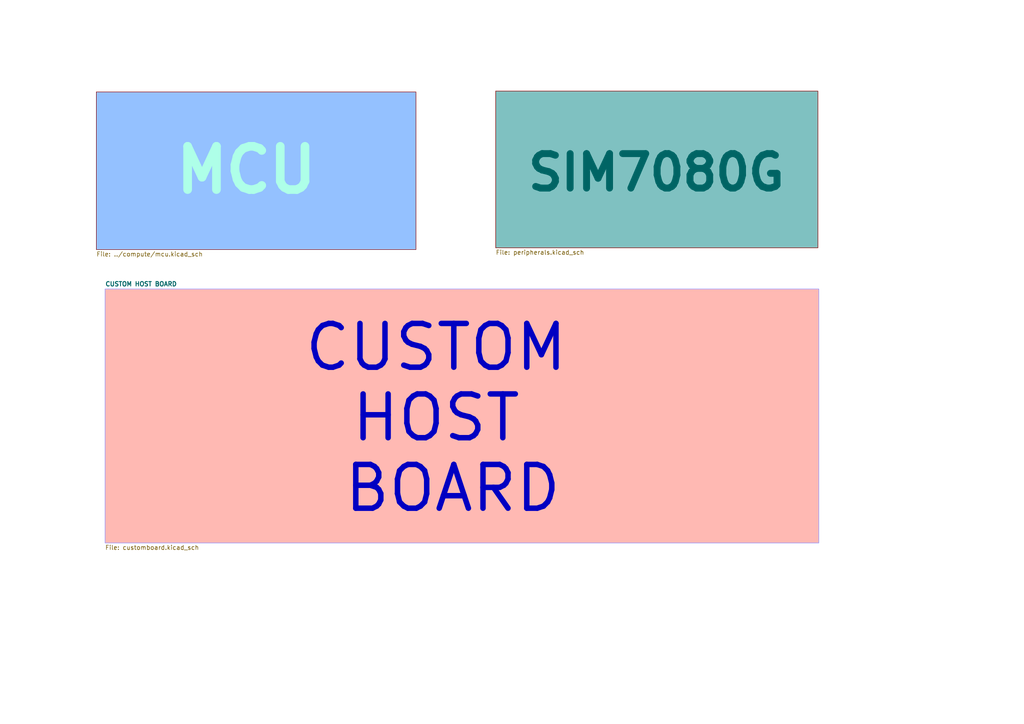
<source format=kicad_sch>
(kicad_sch
	(version 20231120)
	(generator "eeschema")
	(generator_version "8.0")
	(uuid "9e4c0f80-14bc-451b-8b05-b2f0d1a90e15")
	(paper "A4")
	(title_block
		(title "IoT Gateway")
		(date "2025-02-19")
		(rev "v0.1.0")
		(company "Abstract Machines")
		(comment 1 "Designed By: Jones Kisaka")
		(comment 2 "Approved By: Rodney Osodo")
	)
	(lib_symbols)
	(text "CUSTOM \nHOST \nBOARD"
		(exclude_from_sim no)
		(at 131.318 121.412 0)
		(effects
			(font
				(size 12.7 12.7)
				(thickness 1.5875)
			)
		)
		(uuid "b203f549-d263-4b46-9fb5-cf792bcd8c5d")
	)
	(sheet
		(at 143.764 26.416)
		(size 93.472 45.466)
		(stroke
			(width 0.1524)
			(type solid)
		)
		(fill
			(color 0 132 132 0.5000)
		)
		(uuid "6cab89f1-e367-45d3-9508-6366c1d394b8")
		(property "Sheetname" "SIM7080G"
			(at 152.146 55.88 0)
			(effects
				(font
					(size 10 10)
					(thickness 2)
					(bold yes)
				)
				(justify left bottom)
			)
		)
		(property "Sheetfile" "peripherals.kicad_sch"
			(at 143.764 72.4666 0)
			(effects
				(font
					(size 1.27 1.27)
				)
				(justify left top)
			)
		)
		(instances
			(project "am-iot-gateway"
				(path "/9e4c0f80-14bc-451b-8b05-b2f0d1a90e15"
					(page "2")
				)
			)
		)
	)
	(sheet
		(at 30.48 83.82)
		(size 207.01 73.66)
		(fields_autoplaced yes)
		(stroke
			(width 0.1524)
			(type solid)
			(color 142 140 255 1)
		)
		(fill
			(color 255 185 179 1.0000)
		)
		(uuid "86937199-a2bd-4617-9e2a-b866c6060b92")
		(property "Sheetname" "CUSTOM HOST BOARD"
			(at 30.48 83.1084 0)
			(effects
				(font
					(size 1.27 1.27)
					(thickness 0.254)
					(bold yes)
				)
				(justify left bottom)
			)
		)
		(property "Sheetfile" "customboard.kicad_sch"
			(at 30.48 158.0646 0)
			(effects
				(font
					(size 1.27 1.27)
				)
				(justify left top)
			)
		)
		(instances
			(project "am-iot-gateway"
				(path "/9e4c0f80-14bc-451b-8b05-b2f0d1a90e15"
					(page "4")
				)
			)
		)
	)
	(sheet
		(at 27.94 26.67)
		(size 92.71 45.72)
		(stroke
			(width 0.1524)
			(type solid)
		)
		(fill
			(color 148 193 255 1.0000)
		)
		(uuid "cdef2bac-038c-4116-b54a-46de00c40de1")
		(property "Sheetname" "MCU"
			(at 49.784 56.642 0)
			(effects
				(font
					(size 12.54 12.54)
					(thickness 2.508)
					(bold yes)
					(color 174 255 232 1)
				)
				(justify left bottom)
			)
		)
		(property "Sheetfile" "../compute/mcu.kicad_sch"
			(at 27.94 72.9746 0)
			(effects
				(font
					(size 1.27 1.27)
				)
				(justify left top)
			)
		)
		(instances
			(project "am-iot-gateway"
				(path "/9e4c0f80-14bc-451b-8b05-b2f0d1a90e15"
					(page "3")
				)
			)
		)
	)
	(sheet_instances
		(path "/"
			(page "1")
		)
	)
)

</source>
